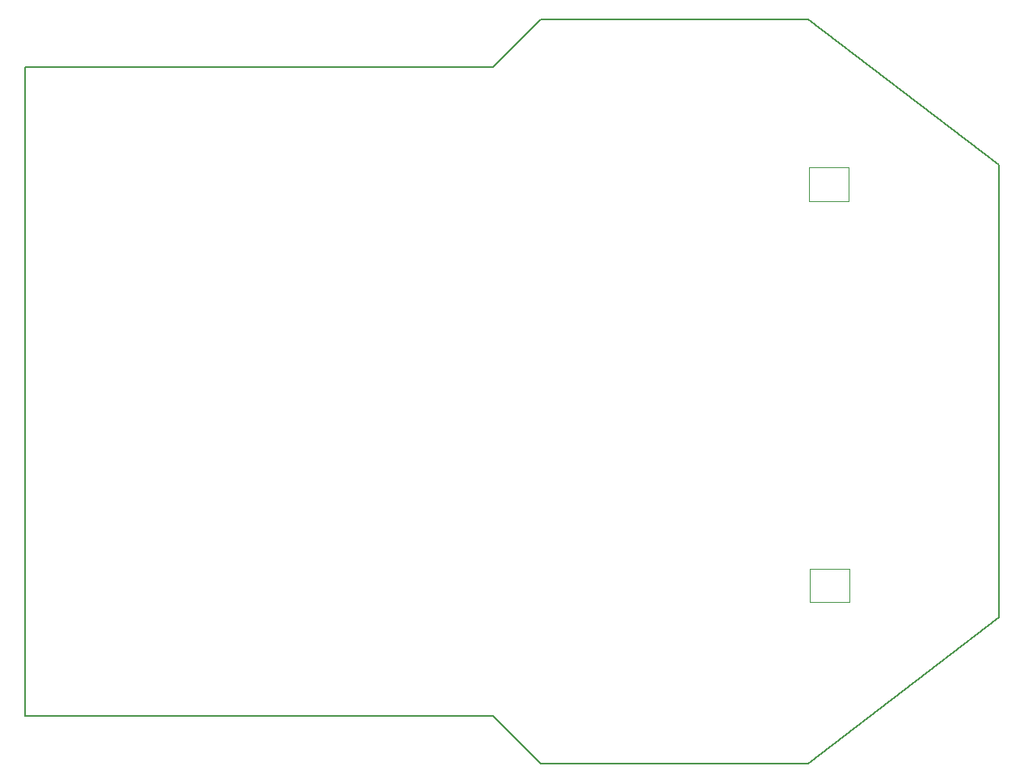
<source format=gbr>
%TF.GenerationSoftware,KiCad,Pcbnew,(6.0.7)*%
%TF.CreationDate,2022-09-18T19:12:44+05:00*%
%TF.ProjectId,minisumo_v3,6d696e69-7375-46d6-9f5f-76332e6b6963,rev?*%
%TF.SameCoordinates,Original*%
%TF.FileFunction,Profile,NP*%
%FSLAX46Y46*%
G04 Gerber Fmt 4.6, Leading zero omitted, Abs format (unit mm)*
G04 Created by KiCad (PCBNEW (6.0.7)) date 2022-09-18 19:12:44*
%MOMM*%
%LPD*%
G01*
G04 APERTURE LIST*
%TA.AperFunction,Profile*%
%ADD10C,0.152400*%
%TD*%
%TA.AperFunction,Profile*%
%ADD11C,0.050000*%
%TD*%
G04 APERTURE END LIST*
D10*
X97001100Y-139003600D02*
X146001100Y-139003600D01*
X146001100Y-139003600D02*
X151001100Y-144003600D01*
X146001100Y-71003600D02*
X97001100Y-71003600D01*
X179001100Y-144003600D02*
X199000000Y-128710000D01*
D11*
X183360000Y-123570000D02*
X179170000Y-123570000D01*
X179170000Y-123570000D02*
X179170000Y-127110000D01*
X179170000Y-127110000D02*
X183360000Y-127110000D01*
X183360000Y-127110000D02*
X183360000Y-123570000D01*
D10*
X199000000Y-128710000D02*
X199000000Y-81280000D01*
X179001100Y-66003600D02*
X151001100Y-66003600D01*
D11*
X183280000Y-81500000D02*
X179090000Y-81500000D01*
X179090000Y-81500000D02*
X179090000Y-85040000D01*
X179090000Y-85040000D02*
X183280000Y-85040000D01*
X183280000Y-85040000D02*
X183280000Y-81500000D01*
D10*
X97001100Y-71003600D02*
X97001100Y-139003600D01*
X179001100Y-66003600D02*
X199000000Y-81280000D01*
X146001100Y-71003600D02*
X151001100Y-66003600D01*
X151001100Y-144003600D02*
X179001100Y-144003600D01*
M02*

</source>
